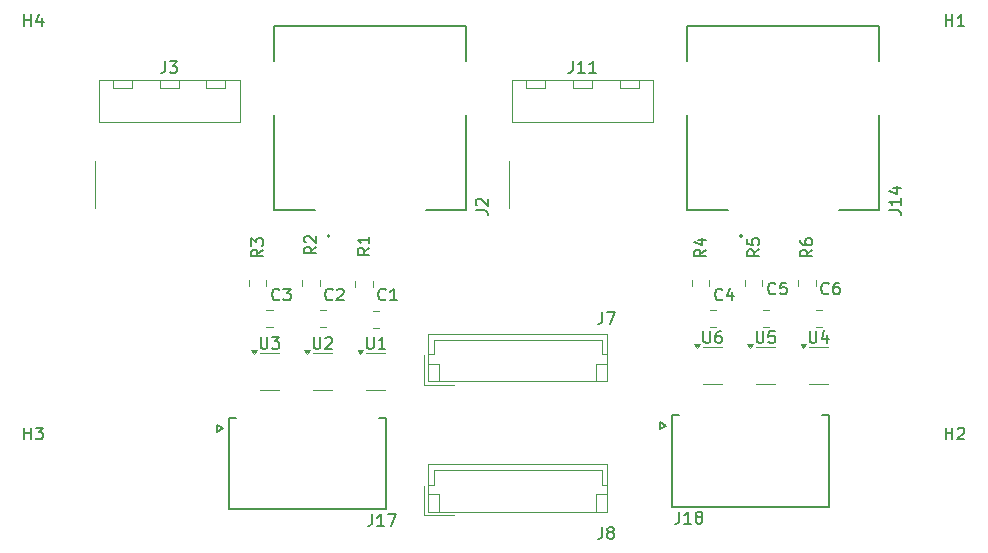
<source format=gbr>
%TF.GenerationSoftware,KiCad,Pcbnew,9.0.0*%
%TF.CreationDate,2025-03-17T17:37:44-07:00*%
%TF.ProjectId,Motor_reroute,4d6f746f-725f-4726-9572-6f7574652e6b,rev?*%
%TF.SameCoordinates,Original*%
%TF.FileFunction,Legend,Top*%
%TF.FilePolarity,Positive*%
%FSLAX46Y46*%
G04 Gerber Fmt 4.6, Leading zero omitted, Abs format (unit mm)*
G04 Created by KiCad (PCBNEW 9.0.0) date 2025-03-17 17:37:44*
%MOMM*%
%LPD*%
G01*
G04 APERTURE LIST*
%ADD10C,0.150000*%
%ADD11C,0.127000*%
%ADD12C,0.120000*%
%ADD13C,0.200000*%
G04 APERTURE END LIST*
D10*
X114238095Y-70254819D02*
X114238095Y-69254819D01*
X114238095Y-69731009D02*
X114809523Y-69731009D01*
X114809523Y-70254819D02*
X114809523Y-69254819D01*
X115238095Y-69350057D02*
X115285714Y-69302438D01*
X115285714Y-69302438D02*
X115380952Y-69254819D01*
X115380952Y-69254819D02*
X115619047Y-69254819D01*
X115619047Y-69254819D02*
X115714285Y-69302438D01*
X115714285Y-69302438D02*
X115761904Y-69350057D01*
X115761904Y-69350057D02*
X115809523Y-69445295D01*
X115809523Y-69445295D02*
X115809523Y-69540533D01*
X115809523Y-69540533D02*
X115761904Y-69683390D01*
X115761904Y-69683390D02*
X115190476Y-70254819D01*
X115190476Y-70254819D02*
X115809523Y-70254819D01*
X65680476Y-76574819D02*
X65680476Y-77289104D01*
X65680476Y-77289104D02*
X65632857Y-77431961D01*
X65632857Y-77431961D02*
X65537619Y-77527200D01*
X65537619Y-77527200D02*
X65394762Y-77574819D01*
X65394762Y-77574819D02*
X65299524Y-77574819D01*
X66680476Y-77574819D02*
X66109048Y-77574819D01*
X66394762Y-77574819D02*
X66394762Y-76574819D01*
X66394762Y-76574819D02*
X66299524Y-76717676D01*
X66299524Y-76717676D02*
X66204286Y-76812914D01*
X66204286Y-76812914D02*
X66109048Y-76860533D01*
X67013810Y-76574819D02*
X67680476Y-76574819D01*
X67680476Y-76574819D02*
X67251905Y-77574819D01*
X65444819Y-54036666D02*
X64968628Y-54369999D01*
X65444819Y-54608094D02*
X64444819Y-54608094D01*
X64444819Y-54608094D02*
X64444819Y-54227142D01*
X64444819Y-54227142D02*
X64492438Y-54131904D01*
X64492438Y-54131904D02*
X64540057Y-54084285D01*
X64540057Y-54084285D02*
X64635295Y-54036666D01*
X64635295Y-54036666D02*
X64778152Y-54036666D01*
X64778152Y-54036666D02*
X64873390Y-54084285D01*
X64873390Y-54084285D02*
X64921009Y-54131904D01*
X64921009Y-54131904D02*
X64968628Y-54227142D01*
X64968628Y-54227142D02*
X64968628Y-54608094D01*
X65444819Y-53084285D02*
X65444819Y-53655713D01*
X65444819Y-53369999D02*
X64444819Y-53369999D01*
X64444819Y-53369999D02*
X64587676Y-53465237D01*
X64587676Y-53465237D02*
X64682914Y-53560475D01*
X64682914Y-53560475D02*
X64730533Y-53655713D01*
X65228095Y-61574819D02*
X65228095Y-62384342D01*
X65228095Y-62384342D02*
X65275714Y-62479580D01*
X65275714Y-62479580D02*
X65323333Y-62527200D01*
X65323333Y-62527200D02*
X65418571Y-62574819D01*
X65418571Y-62574819D02*
X65609047Y-62574819D01*
X65609047Y-62574819D02*
X65704285Y-62527200D01*
X65704285Y-62527200D02*
X65751904Y-62479580D01*
X65751904Y-62479580D02*
X65799523Y-62384342D01*
X65799523Y-62384342D02*
X65799523Y-61574819D01*
X66799523Y-62574819D02*
X66228095Y-62574819D01*
X66513809Y-62574819D02*
X66513809Y-61574819D01*
X66513809Y-61574819D02*
X66418571Y-61717676D01*
X66418571Y-61717676D02*
X66323333Y-61812914D01*
X66323333Y-61812914D02*
X66228095Y-61860533D01*
X98228095Y-61074819D02*
X98228095Y-61884342D01*
X98228095Y-61884342D02*
X98275714Y-61979580D01*
X98275714Y-61979580D02*
X98323333Y-62027200D01*
X98323333Y-62027200D02*
X98418571Y-62074819D01*
X98418571Y-62074819D02*
X98609047Y-62074819D01*
X98609047Y-62074819D02*
X98704285Y-62027200D01*
X98704285Y-62027200D02*
X98751904Y-61979580D01*
X98751904Y-61979580D02*
X98799523Y-61884342D01*
X98799523Y-61884342D02*
X98799523Y-61074819D01*
X99751904Y-61074819D02*
X99275714Y-61074819D01*
X99275714Y-61074819D02*
X99228095Y-61551009D01*
X99228095Y-61551009D02*
X99275714Y-61503390D01*
X99275714Y-61503390D02*
X99370952Y-61455771D01*
X99370952Y-61455771D02*
X99609047Y-61455771D01*
X99609047Y-61455771D02*
X99704285Y-61503390D01*
X99704285Y-61503390D02*
X99751904Y-61551009D01*
X99751904Y-61551009D02*
X99799523Y-61646247D01*
X99799523Y-61646247D02*
X99799523Y-61884342D01*
X99799523Y-61884342D02*
X99751904Y-61979580D01*
X99751904Y-61979580D02*
X99704285Y-62027200D01*
X99704285Y-62027200D02*
X99609047Y-62074819D01*
X99609047Y-62074819D02*
X99370952Y-62074819D01*
X99370952Y-62074819D02*
X99275714Y-62027200D01*
X99275714Y-62027200D02*
X99228095Y-61979580D01*
X93944819Y-54186666D02*
X93468628Y-54519999D01*
X93944819Y-54758094D02*
X92944819Y-54758094D01*
X92944819Y-54758094D02*
X92944819Y-54377142D01*
X92944819Y-54377142D02*
X92992438Y-54281904D01*
X92992438Y-54281904D02*
X93040057Y-54234285D01*
X93040057Y-54234285D02*
X93135295Y-54186666D01*
X93135295Y-54186666D02*
X93278152Y-54186666D01*
X93278152Y-54186666D02*
X93373390Y-54234285D01*
X93373390Y-54234285D02*
X93421009Y-54281904D01*
X93421009Y-54281904D02*
X93468628Y-54377142D01*
X93468628Y-54377142D02*
X93468628Y-54758094D01*
X93278152Y-53329523D02*
X93944819Y-53329523D01*
X92897200Y-53567618D02*
X93611485Y-53805713D01*
X93611485Y-53805713D02*
X93611485Y-53186666D01*
X98444819Y-54166666D02*
X97968628Y-54499999D01*
X98444819Y-54738094D02*
X97444819Y-54738094D01*
X97444819Y-54738094D02*
X97444819Y-54357142D01*
X97444819Y-54357142D02*
X97492438Y-54261904D01*
X97492438Y-54261904D02*
X97540057Y-54214285D01*
X97540057Y-54214285D02*
X97635295Y-54166666D01*
X97635295Y-54166666D02*
X97778152Y-54166666D01*
X97778152Y-54166666D02*
X97873390Y-54214285D01*
X97873390Y-54214285D02*
X97921009Y-54261904D01*
X97921009Y-54261904D02*
X97968628Y-54357142D01*
X97968628Y-54357142D02*
X97968628Y-54738094D01*
X97444819Y-53261904D02*
X97444819Y-53738094D01*
X97444819Y-53738094D02*
X97921009Y-53785713D01*
X97921009Y-53785713D02*
X97873390Y-53738094D01*
X97873390Y-53738094D02*
X97825771Y-53642856D01*
X97825771Y-53642856D02*
X97825771Y-53404761D01*
X97825771Y-53404761D02*
X97873390Y-53309523D01*
X97873390Y-53309523D02*
X97921009Y-53261904D01*
X97921009Y-53261904D02*
X98016247Y-53214285D01*
X98016247Y-53214285D02*
X98254342Y-53214285D01*
X98254342Y-53214285D02*
X98349580Y-53261904D01*
X98349580Y-53261904D02*
X98397200Y-53309523D01*
X98397200Y-53309523D02*
X98444819Y-53404761D01*
X98444819Y-53404761D02*
X98444819Y-53642856D01*
X98444819Y-53642856D02*
X98397200Y-53738094D01*
X98397200Y-53738094D02*
X98349580Y-53785713D01*
X60728095Y-61574819D02*
X60728095Y-62384342D01*
X60728095Y-62384342D02*
X60775714Y-62479580D01*
X60775714Y-62479580D02*
X60823333Y-62527200D01*
X60823333Y-62527200D02*
X60918571Y-62574819D01*
X60918571Y-62574819D02*
X61109047Y-62574819D01*
X61109047Y-62574819D02*
X61204285Y-62527200D01*
X61204285Y-62527200D02*
X61251904Y-62479580D01*
X61251904Y-62479580D02*
X61299523Y-62384342D01*
X61299523Y-62384342D02*
X61299523Y-61574819D01*
X61728095Y-61670057D02*
X61775714Y-61622438D01*
X61775714Y-61622438D02*
X61870952Y-61574819D01*
X61870952Y-61574819D02*
X62109047Y-61574819D01*
X62109047Y-61574819D02*
X62204285Y-61622438D01*
X62204285Y-61622438D02*
X62251904Y-61670057D01*
X62251904Y-61670057D02*
X62299523Y-61765295D01*
X62299523Y-61765295D02*
X62299523Y-61860533D01*
X62299523Y-61860533D02*
X62251904Y-62003390D01*
X62251904Y-62003390D02*
X61680476Y-62574819D01*
X61680476Y-62574819D02*
X62299523Y-62574819D01*
X74444819Y-50853333D02*
X75159104Y-50853333D01*
X75159104Y-50853333D02*
X75301961Y-50900952D01*
X75301961Y-50900952D02*
X75397200Y-50996190D01*
X75397200Y-50996190D02*
X75444819Y-51139047D01*
X75444819Y-51139047D02*
X75444819Y-51234285D01*
X74540057Y-50424761D02*
X74492438Y-50377142D01*
X74492438Y-50377142D02*
X74444819Y-50281904D01*
X74444819Y-50281904D02*
X74444819Y-50043809D01*
X74444819Y-50043809D02*
X74492438Y-49948571D01*
X74492438Y-49948571D02*
X74540057Y-49900952D01*
X74540057Y-49900952D02*
X74635295Y-49853333D01*
X74635295Y-49853333D02*
X74730533Y-49853333D01*
X74730533Y-49853333D02*
X74873390Y-49900952D01*
X74873390Y-49900952D02*
X75444819Y-50472380D01*
X75444819Y-50472380D02*
X75444819Y-49853333D01*
X48156666Y-38219819D02*
X48156666Y-38934104D01*
X48156666Y-38934104D02*
X48109047Y-39076961D01*
X48109047Y-39076961D02*
X48013809Y-39172200D01*
X48013809Y-39172200D02*
X47870952Y-39219819D01*
X47870952Y-39219819D02*
X47775714Y-39219819D01*
X48537619Y-38219819D02*
X49156666Y-38219819D01*
X49156666Y-38219819D02*
X48823333Y-38600771D01*
X48823333Y-38600771D02*
X48966190Y-38600771D01*
X48966190Y-38600771D02*
X49061428Y-38648390D01*
X49061428Y-38648390D02*
X49109047Y-38696009D01*
X49109047Y-38696009D02*
X49156666Y-38791247D01*
X49156666Y-38791247D02*
X49156666Y-39029342D01*
X49156666Y-39029342D02*
X49109047Y-39124580D01*
X49109047Y-39124580D02*
X49061428Y-39172200D01*
X49061428Y-39172200D02*
X48966190Y-39219819D01*
X48966190Y-39219819D02*
X48680476Y-39219819D01*
X48680476Y-39219819D02*
X48585238Y-39172200D01*
X48585238Y-39172200D02*
X48537619Y-39124580D01*
X91680476Y-76374819D02*
X91680476Y-77089104D01*
X91680476Y-77089104D02*
X91632857Y-77231961D01*
X91632857Y-77231961D02*
X91537619Y-77327200D01*
X91537619Y-77327200D02*
X91394762Y-77374819D01*
X91394762Y-77374819D02*
X91299524Y-77374819D01*
X92680476Y-77374819D02*
X92109048Y-77374819D01*
X92394762Y-77374819D02*
X92394762Y-76374819D01*
X92394762Y-76374819D02*
X92299524Y-76517676D01*
X92299524Y-76517676D02*
X92204286Y-76612914D01*
X92204286Y-76612914D02*
X92109048Y-76660533D01*
X93251905Y-76803390D02*
X93156667Y-76755771D01*
X93156667Y-76755771D02*
X93109048Y-76708152D01*
X93109048Y-76708152D02*
X93061429Y-76612914D01*
X93061429Y-76612914D02*
X93061429Y-76565295D01*
X93061429Y-76565295D02*
X93109048Y-76470057D01*
X93109048Y-76470057D02*
X93156667Y-76422438D01*
X93156667Y-76422438D02*
X93251905Y-76374819D01*
X93251905Y-76374819D02*
X93442381Y-76374819D01*
X93442381Y-76374819D02*
X93537619Y-76422438D01*
X93537619Y-76422438D02*
X93585238Y-76470057D01*
X93585238Y-76470057D02*
X93632857Y-76565295D01*
X93632857Y-76565295D02*
X93632857Y-76612914D01*
X93632857Y-76612914D02*
X93585238Y-76708152D01*
X93585238Y-76708152D02*
X93537619Y-76755771D01*
X93537619Y-76755771D02*
X93442381Y-76803390D01*
X93442381Y-76803390D02*
X93251905Y-76803390D01*
X93251905Y-76803390D02*
X93156667Y-76851009D01*
X93156667Y-76851009D02*
X93109048Y-76898628D01*
X93109048Y-76898628D02*
X93061429Y-76993866D01*
X93061429Y-76993866D02*
X93061429Y-77184342D01*
X93061429Y-77184342D02*
X93109048Y-77279580D01*
X93109048Y-77279580D02*
X93156667Y-77327200D01*
X93156667Y-77327200D02*
X93251905Y-77374819D01*
X93251905Y-77374819D02*
X93442381Y-77374819D01*
X93442381Y-77374819D02*
X93537619Y-77327200D01*
X93537619Y-77327200D02*
X93585238Y-77279580D01*
X93585238Y-77279580D02*
X93632857Y-77184342D01*
X93632857Y-77184342D02*
X93632857Y-76993866D01*
X93632857Y-76993866D02*
X93585238Y-76898628D01*
X93585238Y-76898628D02*
X93537619Y-76851009D01*
X93537619Y-76851009D02*
X93442381Y-76803390D01*
X95323333Y-58379580D02*
X95275714Y-58427200D01*
X95275714Y-58427200D02*
X95132857Y-58474819D01*
X95132857Y-58474819D02*
X95037619Y-58474819D01*
X95037619Y-58474819D02*
X94894762Y-58427200D01*
X94894762Y-58427200D02*
X94799524Y-58331961D01*
X94799524Y-58331961D02*
X94751905Y-58236723D01*
X94751905Y-58236723D02*
X94704286Y-58046247D01*
X94704286Y-58046247D02*
X94704286Y-57903390D01*
X94704286Y-57903390D02*
X94751905Y-57712914D01*
X94751905Y-57712914D02*
X94799524Y-57617676D01*
X94799524Y-57617676D02*
X94894762Y-57522438D01*
X94894762Y-57522438D02*
X95037619Y-57474819D01*
X95037619Y-57474819D02*
X95132857Y-57474819D01*
X95132857Y-57474819D02*
X95275714Y-57522438D01*
X95275714Y-57522438D02*
X95323333Y-57570057D01*
X96180476Y-57808152D02*
X96180476Y-58474819D01*
X95942381Y-57427200D02*
X95704286Y-58141485D01*
X95704286Y-58141485D02*
X96323333Y-58141485D01*
X56444819Y-54186666D02*
X55968628Y-54519999D01*
X56444819Y-54758094D02*
X55444819Y-54758094D01*
X55444819Y-54758094D02*
X55444819Y-54377142D01*
X55444819Y-54377142D02*
X55492438Y-54281904D01*
X55492438Y-54281904D02*
X55540057Y-54234285D01*
X55540057Y-54234285D02*
X55635295Y-54186666D01*
X55635295Y-54186666D02*
X55778152Y-54186666D01*
X55778152Y-54186666D02*
X55873390Y-54234285D01*
X55873390Y-54234285D02*
X55921009Y-54281904D01*
X55921009Y-54281904D02*
X55968628Y-54377142D01*
X55968628Y-54377142D02*
X55968628Y-54758094D01*
X55444819Y-53853332D02*
X55444819Y-53234285D01*
X55444819Y-53234285D02*
X55825771Y-53567618D01*
X55825771Y-53567618D02*
X55825771Y-53424761D01*
X55825771Y-53424761D02*
X55873390Y-53329523D01*
X55873390Y-53329523D02*
X55921009Y-53281904D01*
X55921009Y-53281904D02*
X56016247Y-53234285D01*
X56016247Y-53234285D02*
X56254342Y-53234285D01*
X56254342Y-53234285D02*
X56349580Y-53281904D01*
X56349580Y-53281904D02*
X56397200Y-53329523D01*
X56397200Y-53329523D02*
X56444819Y-53424761D01*
X56444819Y-53424761D02*
X56444819Y-53710475D01*
X56444819Y-53710475D02*
X56397200Y-53805713D01*
X56397200Y-53805713D02*
X56349580Y-53853332D01*
X114238095Y-35254819D02*
X114238095Y-34254819D01*
X114238095Y-34731009D02*
X114809523Y-34731009D01*
X114809523Y-35254819D02*
X114809523Y-34254819D01*
X115809523Y-35254819D02*
X115238095Y-35254819D01*
X115523809Y-35254819D02*
X115523809Y-34254819D01*
X115523809Y-34254819D02*
X115428571Y-34397676D01*
X115428571Y-34397676D02*
X115333333Y-34492914D01*
X115333333Y-34492914D02*
X115238095Y-34540533D01*
X104323333Y-57879580D02*
X104275714Y-57927200D01*
X104275714Y-57927200D02*
X104132857Y-57974819D01*
X104132857Y-57974819D02*
X104037619Y-57974819D01*
X104037619Y-57974819D02*
X103894762Y-57927200D01*
X103894762Y-57927200D02*
X103799524Y-57831961D01*
X103799524Y-57831961D02*
X103751905Y-57736723D01*
X103751905Y-57736723D02*
X103704286Y-57546247D01*
X103704286Y-57546247D02*
X103704286Y-57403390D01*
X103704286Y-57403390D02*
X103751905Y-57212914D01*
X103751905Y-57212914D02*
X103799524Y-57117676D01*
X103799524Y-57117676D02*
X103894762Y-57022438D01*
X103894762Y-57022438D02*
X104037619Y-56974819D01*
X104037619Y-56974819D02*
X104132857Y-56974819D01*
X104132857Y-56974819D02*
X104275714Y-57022438D01*
X104275714Y-57022438D02*
X104323333Y-57070057D01*
X105180476Y-56974819D02*
X104990000Y-56974819D01*
X104990000Y-56974819D02*
X104894762Y-57022438D01*
X104894762Y-57022438D02*
X104847143Y-57070057D01*
X104847143Y-57070057D02*
X104751905Y-57212914D01*
X104751905Y-57212914D02*
X104704286Y-57403390D01*
X104704286Y-57403390D02*
X104704286Y-57784342D01*
X104704286Y-57784342D02*
X104751905Y-57879580D01*
X104751905Y-57879580D02*
X104799524Y-57927200D01*
X104799524Y-57927200D02*
X104894762Y-57974819D01*
X104894762Y-57974819D02*
X105085238Y-57974819D01*
X105085238Y-57974819D02*
X105180476Y-57927200D01*
X105180476Y-57927200D02*
X105228095Y-57879580D01*
X105228095Y-57879580D02*
X105275714Y-57784342D01*
X105275714Y-57784342D02*
X105275714Y-57546247D01*
X105275714Y-57546247D02*
X105228095Y-57451009D01*
X105228095Y-57451009D02*
X105180476Y-57403390D01*
X105180476Y-57403390D02*
X105085238Y-57355771D01*
X105085238Y-57355771D02*
X104894762Y-57355771D01*
X104894762Y-57355771D02*
X104799524Y-57403390D01*
X104799524Y-57403390D02*
X104751905Y-57451009D01*
X104751905Y-57451009D02*
X104704286Y-57546247D01*
X85156666Y-59474819D02*
X85156666Y-60189104D01*
X85156666Y-60189104D02*
X85109047Y-60331961D01*
X85109047Y-60331961D02*
X85013809Y-60427200D01*
X85013809Y-60427200D02*
X84870952Y-60474819D01*
X84870952Y-60474819D02*
X84775714Y-60474819D01*
X85537619Y-59474819D02*
X86204285Y-59474819D01*
X86204285Y-59474819D02*
X85775714Y-60474819D01*
X85156666Y-77674819D02*
X85156666Y-78389104D01*
X85156666Y-78389104D02*
X85109047Y-78531961D01*
X85109047Y-78531961D02*
X85013809Y-78627200D01*
X85013809Y-78627200D02*
X84870952Y-78674819D01*
X84870952Y-78674819D02*
X84775714Y-78674819D01*
X85775714Y-78103390D02*
X85680476Y-78055771D01*
X85680476Y-78055771D02*
X85632857Y-78008152D01*
X85632857Y-78008152D02*
X85585238Y-77912914D01*
X85585238Y-77912914D02*
X85585238Y-77865295D01*
X85585238Y-77865295D02*
X85632857Y-77770057D01*
X85632857Y-77770057D02*
X85680476Y-77722438D01*
X85680476Y-77722438D02*
X85775714Y-77674819D01*
X85775714Y-77674819D02*
X85966190Y-77674819D01*
X85966190Y-77674819D02*
X86061428Y-77722438D01*
X86061428Y-77722438D02*
X86109047Y-77770057D01*
X86109047Y-77770057D02*
X86156666Y-77865295D01*
X86156666Y-77865295D02*
X86156666Y-77912914D01*
X86156666Y-77912914D02*
X86109047Y-78008152D01*
X86109047Y-78008152D02*
X86061428Y-78055771D01*
X86061428Y-78055771D02*
X85966190Y-78103390D01*
X85966190Y-78103390D02*
X85775714Y-78103390D01*
X85775714Y-78103390D02*
X85680476Y-78151009D01*
X85680476Y-78151009D02*
X85632857Y-78198628D01*
X85632857Y-78198628D02*
X85585238Y-78293866D01*
X85585238Y-78293866D02*
X85585238Y-78484342D01*
X85585238Y-78484342D02*
X85632857Y-78579580D01*
X85632857Y-78579580D02*
X85680476Y-78627200D01*
X85680476Y-78627200D02*
X85775714Y-78674819D01*
X85775714Y-78674819D02*
X85966190Y-78674819D01*
X85966190Y-78674819D02*
X86061428Y-78627200D01*
X86061428Y-78627200D02*
X86109047Y-78579580D01*
X86109047Y-78579580D02*
X86156666Y-78484342D01*
X86156666Y-78484342D02*
X86156666Y-78293866D01*
X86156666Y-78293866D02*
X86109047Y-78198628D01*
X86109047Y-78198628D02*
X86061428Y-78151009D01*
X86061428Y-78151009D02*
X85966190Y-78103390D01*
X109444819Y-50829523D02*
X110159104Y-50829523D01*
X110159104Y-50829523D02*
X110301961Y-50877142D01*
X110301961Y-50877142D02*
X110397200Y-50972380D01*
X110397200Y-50972380D02*
X110444819Y-51115237D01*
X110444819Y-51115237D02*
X110444819Y-51210475D01*
X110444819Y-49829523D02*
X110444819Y-50400951D01*
X110444819Y-50115237D02*
X109444819Y-50115237D01*
X109444819Y-50115237D02*
X109587676Y-50210475D01*
X109587676Y-50210475D02*
X109682914Y-50305713D01*
X109682914Y-50305713D02*
X109730533Y-50400951D01*
X109778152Y-48972380D02*
X110444819Y-48972380D01*
X109397200Y-49210475D02*
X110111485Y-49448570D01*
X110111485Y-49448570D02*
X110111485Y-48829523D01*
X57823333Y-58379580D02*
X57775714Y-58427200D01*
X57775714Y-58427200D02*
X57632857Y-58474819D01*
X57632857Y-58474819D02*
X57537619Y-58474819D01*
X57537619Y-58474819D02*
X57394762Y-58427200D01*
X57394762Y-58427200D02*
X57299524Y-58331961D01*
X57299524Y-58331961D02*
X57251905Y-58236723D01*
X57251905Y-58236723D02*
X57204286Y-58046247D01*
X57204286Y-58046247D02*
X57204286Y-57903390D01*
X57204286Y-57903390D02*
X57251905Y-57712914D01*
X57251905Y-57712914D02*
X57299524Y-57617676D01*
X57299524Y-57617676D02*
X57394762Y-57522438D01*
X57394762Y-57522438D02*
X57537619Y-57474819D01*
X57537619Y-57474819D02*
X57632857Y-57474819D01*
X57632857Y-57474819D02*
X57775714Y-57522438D01*
X57775714Y-57522438D02*
X57823333Y-57570057D01*
X58156667Y-57474819D02*
X58775714Y-57474819D01*
X58775714Y-57474819D02*
X58442381Y-57855771D01*
X58442381Y-57855771D02*
X58585238Y-57855771D01*
X58585238Y-57855771D02*
X58680476Y-57903390D01*
X58680476Y-57903390D02*
X58728095Y-57951009D01*
X58728095Y-57951009D02*
X58775714Y-58046247D01*
X58775714Y-58046247D02*
X58775714Y-58284342D01*
X58775714Y-58284342D02*
X58728095Y-58379580D01*
X58728095Y-58379580D02*
X58680476Y-58427200D01*
X58680476Y-58427200D02*
X58585238Y-58474819D01*
X58585238Y-58474819D02*
X58299524Y-58474819D01*
X58299524Y-58474819D02*
X58204286Y-58427200D01*
X58204286Y-58427200D02*
X58156667Y-58379580D01*
X60944819Y-53936666D02*
X60468628Y-54269999D01*
X60944819Y-54508094D02*
X59944819Y-54508094D01*
X59944819Y-54508094D02*
X59944819Y-54127142D01*
X59944819Y-54127142D02*
X59992438Y-54031904D01*
X59992438Y-54031904D02*
X60040057Y-53984285D01*
X60040057Y-53984285D02*
X60135295Y-53936666D01*
X60135295Y-53936666D02*
X60278152Y-53936666D01*
X60278152Y-53936666D02*
X60373390Y-53984285D01*
X60373390Y-53984285D02*
X60421009Y-54031904D01*
X60421009Y-54031904D02*
X60468628Y-54127142D01*
X60468628Y-54127142D02*
X60468628Y-54508094D01*
X60040057Y-53555713D02*
X59992438Y-53508094D01*
X59992438Y-53508094D02*
X59944819Y-53412856D01*
X59944819Y-53412856D02*
X59944819Y-53174761D01*
X59944819Y-53174761D02*
X59992438Y-53079523D01*
X59992438Y-53079523D02*
X60040057Y-53031904D01*
X60040057Y-53031904D02*
X60135295Y-52984285D01*
X60135295Y-52984285D02*
X60230533Y-52984285D01*
X60230533Y-52984285D02*
X60373390Y-53031904D01*
X60373390Y-53031904D02*
X60944819Y-53603332D01*
X60944819Y-53603332D02*
X60944819Y-52984285D01*
X62323333Y-58379580D02*
X62275714Y-58427200D01*
X62275714Y-58427200D02*
X62132857Y-58474819D01*
X62132857Y-58474819D02*
X62037619Y-58474819D01*
X62037619Y-58474819D02*
X61894762Y-58427200D01*
X61894762Y-58427200D02*
X61799524Y-58331961D01*
X61799524Y-58331961D02*
X61751905Y-58236723D01*
X61751905Y-58236723D02*
X61704286Y-58046247D01*
X61704286Y-58046247D02*
X61704286Y-57903390D01*
X61704286Y-57903390D02*
X61751905Y-57712914D01*
X61751905Y-57712914D02*
X61799524Y-57617676D01*
X61799524Y-57617676D02*
X61894762Y-57522438D01*
X61894762Y-57522438D02*
X62037619Y-57474819D01*
X62037619Y-57474819D02*
X62132857Y-57474819D01*
X62132857Y-57474819D02*
X62275714Y-57522438D01*
X62275714Y-57522438D02*
X62323333Y-57570057D01*
X62704286Y-57570057D02*
X62751905Y-57522438D01*
X62751905Y-57522438D02*
X62847143Y-57474819D01*
X62847143Y-57474819D02*
X63085238Y-57474819D01*
X63085238Y-57474819D02*
X63180476Y-57522438D01*
X63180476Y-57522438D02*
X63228095Y-57570057D01*
X63228095Y-57570057D02*
X63275714Y-57665295D01*
X63275714Y-57665295D02*
X63275714Y-57760533D01*
X63275714Y-57760533D02*
X63228095Y-57903390D01*
X63228095Y-57903390D02*
X62656667Y-58474819D01*
X62656667Y-58474819D02*
X63275714Y-58474819D01*
X99823333Y-57879580D02*
X99775714Y-57927200D01*
X99775714Y-57927200D02*
X99632857Y-57974819D01*
X99632857Y-57974819D02*
X99537619Y-57974819D01*
X99537619Y-57974819D02*
X99394762Y-57927200D01*
X99394762Y-57927200D02*
X99299524Y-57831961D01*
X99299524Y-57831961D02*
X99251905Y-57736723D01*
X99251905Y-57736723D02*
X99204286Y-57546247D01*
X99204286Y-57546247D02*
X99204286Y-57403390D01*
X99204286Y-57403390D02*
X99251905Y-57212914D01*
X99251905Y-57212914D02*
X99299524Y-57117676D01*
X99299524Y-57117676D02*
X99394762Y-57022438D01*
X99394762Y-57022438D02*
X99537619Y-56974819D01*
X99537619Y-56974819D02*
X99632857Y-56974819D01*
X99632857Y-56974819D02*
X99775714Y-57022438D01*
X99775714Y-57022438D02*
X99823333Y-57070057D01*
X100728095Y-56974819D02*
X100251905Y-56974819D01*
X100251905Y-56974819D02*
X100204286Y-57451009D01*
X100204286Y-57451009D02*
X100251905Y-57403390D01*
X100251905Y-57403390D02*
X100347143Y-57355771D01*
X100347143Y-57355771D02*
X100585238Y-57355771D01*
X100585238Y-57355771D02*
X100680476Y-57403390D01*
X100680476Y-57403390D02*
X100728095Y-57451009D01*
X100728095Y-57451009D02*
X100775714Y-57546247D01*
X100775714Y-57546247D02*
X100775714Y-57784342D01*
X100775714Y-57784342D02*
X100728095Y-57879580D01*
X100728095Y-57879580D02*
X100680476Y-57927200D01*
X100680476Y-57927200D02*
X100585238Y-57974819D01*
X100585238Y-57974819D02*
X100347143Y-57974819D01*
X100347143Y-57974819D02*
X100251905Y-57927200D01*
X100251905Y-57927200D02*
X100204286Y-57879580D01*
X36238095Y-70254819D02*
X36238095Y-69254819D01*
X36238095Y-69731009D02*
X36809523Y-69731009D01*
X36809523Y-70254819D02*
X36809523Y-69254819D01*
X37190476Y-69254819D02*
X37809523Y-69254819D01*
X37809523Y-69254819D02*
X37476190Y-69635771D01*
X37476190Y-69635771D02*
X37619047Y-69635771D01*
X37619047Y-69635771D02*
X37714285Y-69683390D01*
X37714285Y-69683390D02*
X37761904Y-69731009D01*
X37761904Y-69731009D02*
X37809523Y-69826247D01*
X37809523Y-69826247D02*
X37809523Y-70064342D01*
X37809523Y-70064342D02*
X37761904Y-70159580D01*
X37761904Y-70159580D02*
X37714285Y-70207200D01*
X37714285Y-70207200D02*
X37619047Y-70254819D01*
X37619047Y-70254819D02*
X37333333Y-70254819D01*
X37333333Y-70254819D02*
X37238095Y-70207200D01*
X37238095Y-70207200D02*
X37190476Y-70159580D01*
X82680476Y-38219819D02*
X82680476Y-38934104D01*
X82680476Y-38934104D02*
X82632857Y-39076961D01*
X82632857Y-39076961D02*
X82537619Y-39172200D01*
X82537619Y-39172200D02*
X82394762Y-39219819D01*
X82394762Y-39219819D02*
X82299524Y-39219819D01*
X83680476Y-39219819D02*
X83109048Y-39219819D01*
X83394762Y-39219819D02*
X83394762Y-38219819D01*
X83394762Y-38219819D02*
X83299524Y-38362676D01*
X83299524Y-38362676D02*
X83204286Y-38457914D01*
X83204286Y-38457914D02*
X83109048Y-38505533D01*
X84632857Y-39219819D02*
X84061429Y-39219819D01*
X84347143Y-39219819D02*
X84347143Y-38219819D01*
X84347143Y-38219819D02*
X84251905Y-38362676D01*
X84251905Y-38362676D02*
X84156667Y-38457914D01*
X84156667Y-38457914D02*
X84061429Y-38505533D01*
X93728095Y-61074819D02*
X93728095Y-61884342D01*
X93728095Y-61884342D02*
X93775714Y-61979580D01*
X93775714Y-61979580D02*
X93823333Y-62027200D01*
X93823333Y-62027200D02*
X93918571Y-62074819D01*
X93918571Y-62074819D02*
X94109047Y-62074819D01*
X94109047Y-62074819D02*
X94204285Y-62027200D01*
X94204285Y-62027200D02*
X94251904Y-61979580D01*
X94251904Y-61979580D02*
X94299523Y-61884342D01*
X94299523Y-61884342D02*
X94299523Y-61074819D01*
X95204285Y-61074819D02*
X95013809Y-61074819D01*
X95013809Y-61074819D02*
X94918571Y-61122438D01*
X94918571Y-61122438D02*
X94870952Y-61170057D01*
X94870952Y-61170057D02*
X94775714Y-61312914D01*
X94775714Y-61312914D02*
X94728095Y-61503390D01*
X94728095Y-61503390D02*
X94728095Y-61884342D01*
X94728095Y-61884342D02*
X94775714Y-61979580D01*
X94775714Y-61979580D02*
X94823333Y-62027200D01*
X94823333Y-62027200D02*
X94918571Y-62074819D01*
X94918571Y-62074819D02*
X95109047Y-62074819D01*
X95109047Y-62074819D02*
X95204285Y-62027200D01*
X95204285Y-62027200D02*
X95251904Y-61979580D01*
X95251904Y-61979580D02*
X95299523Y-61884342D01*
X95299523Y-61884342D02*
X95299523Y-61646247D01*
X95299523Y-61646247D02*
X95251904Y-61551009D01*
X95251904Y-61551009D02*
X95204285Y-61503390D01*
X95204285Y-61503390D02*
X95109047Y-61455771D01*
X95109047Y-61455771D02*
X94918571Y-61455771D01*
X94918571Y-61455771D02*
X94823333Y-61503390D01*
X94823333Y-61503390D02*
X94775714Y-61551009D01*
X94775714Y-61551009D02*
X94728095Y-61646247D01*
X56228095Y-61574819D02*
X56228095Y-62384342D01*
X56228095Y-62384342D02*
X56275714Y-62479580D01*
X56275714Y-62479580D02*
X56323333Y-62527200D01*
X56323333Y-62527200D02*
X56418571Y-62574819D01*
X56418571Y-62574819D02*
X56609047Y-62574819D01*
X56609047Y-62574819D02*
X56704285Y-62527200D01*
X56704285Y-62527200D02*
X56751904Y-62479580D01*
X56751904Y-62479580D02*
X56799523Y-62384342D01*
X56799523Y-62384342D02*
X56799523Y-61574819D01*
X57180476Y-61574819D02*
X57799523Y-61574819D01*
X57799523Y-61574819D02*
X57466190Y-61955771D01*
X57466190Y-61955771D02*
X57609047Y-61955771D01*
X57609047Y-61955771D02*
X57704285Y-62003390D01*
X57704285Y-62003390D02*
X57751904Y-62051009D01*
X57751904Y-62051009D02*
X57799523Y-62146247D01*
X57799523Y-62146247D02*
X57799523Y-62384342D01*
X57799523Y-62384342D02*
X57751904Y-62479580D01*
X57751904Y-62479580D02*
X57704285Y-62527200D01*
X57704285Y-62527200D02*
X57609047Y-62574819D01*
X57609047Y-62574819D02*
X57323333Y-62574819D01*
X57323333Y-62574819D02*
X57228095Y-62527200D01*
X57228095Y-62527200D02*
X57180476Y-62479580D01*
X66823333Y-58379580D02*
X66775714Y-58427200D01*
X66775714Y-58427200D02*
X66632857Y-58474819D01*
X66632857Y-58474819D02*
X66537619Y-58474819D01*
X66537619Y-58474819D02*
X66394762Y-58427200D01*
X66394762Y-58427200D02*
X66299524Y-58331961D01*
X66299524Y-58331961D02*
X66251905Y-58236723D01*
X66251905Y-58236723D02*
X66204286Y-58046247D01*
X66204286Y-58046247D02*
X66204286Y-57903390D01*
X66204286Y-57903390D02*
X66251905Y-57712914D01*
X66251905Y-57712914D02*
X66299524Y-57617676D01*
X66299524Y-57617676D02*
X66394762Y-57522438D01*
X66394762Y-57522438D02*
X66537619Y-57474819D01*
X66537619Y-57474819D02*
X66632857Y-57474819D01*
X66632857Y-57474819D02*
X66775714Y-57522438D01*
X66775714Y-57522438D02*
X66823333Y-57570057D01*
X67775714Y-58474819D02*
X67204286Y-58474819D01*
X67490000Y-58474819D02*
X67490000Y-57474819D01*
X67490000Y-57474819D02*
X67394762Y-57617676D01*
X67394762Y-57617676D02*
X67299524Y-57712914D01*
X67299524Y-57712914D02*
X67204286Y-57760533D01*
X102944819Y-54186666D02*
X102468628Y-54519999D01*
X102944819Y-54758094D02*
X101944819Y-54758094D01*
X101944819Y-54758094D02*
X101944819Y-54377142D01*
X101944819Y-54377142D02*
X101992438Y-54281904D01*
X101992438Y-54281904D02*
X102040057Y-54234285D01*
X102040057Y-54234285D02*
X102135295Y-54186666D01*
X102135295Y-54186666D02*
X102278152Y-54186666D01*
X102278152Y-54186666D02*
X102373390Y-54234285D01*
X102373390Y-54234285D02*
X102421009Y-54281904D01*
X102421009Y-54281904D02*
X102468628Y-54377142D01*
X102468628Y-54377142D02*
X102468628Y-54758094D01*
X101944819Y-53329523D02*
X101944819Y-53519999D01*
X101944819Y-53519999D02*
X101992438Y-53615237D01*
X101992438Y-53615237D02*
X102040057Y-53662856D01*
X102040057Y-53662856D02*
X102182914Y-53758094D01*
X102182914Y-53758094D02*
X102373390Y-53805713D01*
X102373390Y-53805713D02*
X102754342Y-53805713D01*
X102754342Y-53805713D02*
X102849580Y-53758094D01*
X102849580Y-53758094D02*
X102897200Y-53710475D01*
X102897200Y-53710475D02*
X102944819Y-53615237D01*
X102944819Y-53615237D02*
X102944819Y-53424761D01*
X102944819Y-53424761D02*
X102897200Y-53329523D01*
X102897200Y-53329523D02*
X102849580Y-53281904D01*
X102849580Y-53281904D02*
X102754342Y-53234285D01*
X102754342Y-53234285D02*
X102516247Y-53234285D01*
X102516247Y-53234285D02*
X102421009Y-53281904D01*
X102421009Y-53281904D02*
X102373390Y-53329523D01*
X102373390Y-53329523D02*
X102325771Y-53424761D01*
X102325771Y-53424761D02*
X102325771Y-53615237D01*
X102325771Y-53615237D02*
X102373390Y-53710475D01*
X102373390Y-53710475D02*
X102421009Y-53758094D01*
X102421009Y-53758094D02*
X102516247Y-53805713D01*
X102728095Y-61074819D02*
X102728095Y-61884342D01*
X102728095Y-61884342D02*
X102775714Y-61979580D01*
X102775714Y-61979580D02*
X102823333Y-62027200D01*
X102823333Y-62027200D02*
X102918571Y-62074819D01*
X102918571Y-62074819D02*
X103109047Y-62074819D01*
X103109047Y-62074819D02*
X103204285Y-62027200D01*
X103204285Y-62027200D02*
X103251904Y-61979580D01*
X103251904Y-61979580D02*
X103299523Y-61884342D01*
X103299523Y-61884342D02*
X103299523Y-61074819D01*
X104204285Y-61408152D02*
X104204285Y-62074819D01*
X103966190Y-61027200D02*
X103728095Y-61741485D01*
X103728095Y-61741485D02*
X104347142Y-61741485D01*
X36238095Y-35254819D02*
X36238095Y-34254819D01*
X36238095Y-34731009D02*
X36809523Y-34731009D01*
X36809523Y-35254819D02*
X36809523Y-34254819D01*
X37714285Y-34588152D02*
X37714285Y-35254819D01*
X37476190Y-34207200D02*
X37238095Y-34921485D01*
X37238095Y-34921485D02*
X37857142Y-34921485D01*
D11*
%TO.C,J17*%
X52540000Y-68995000D02*
X52540000Y-69595000D01*
X52540000Y-69595000D02*
X53040000Y-69295000D01*
X53040000Y-69295000D02*
X52540000Y-68995000D01*
X53590000Y-76145000D02*
X53590000Y-68395000D01*
X53590000Y-76145000D02*
X66890000Y-76145000D01*
X54190000Y-68395000D02*
X53590000Y-68395000D01*
X66890000Y-68395000D02*
X66290000Y-68395000D01*
X66890000Y-76145000D02*
X66890000Y-68395000D01*
D12*
%TO.C,R1*%
X64255000Y-56858748D02*
X64255000Y-57381252D01*
X65725000Y-56858748D02*
X65725000Y-57381252D01*
%TO.C,U1*%
X65990000Y-62960000D02*
X65190000Y-62960000D01*
X65990000Y-62960000D02*
X66790000Y-62960000D01*
X65990000Y-66080000D02*
X65190000Y-66080000D01*
X65990000Y-66080000D02*
X66790000Y-66080000D01*
X64690000Y-63010000D02*
X64450000Y-62680000D01*
X64930000Y-62680000D01*
X64690000Y-63010000D01*
G36*
X64690000Y-63010000D02*
G01*
X64450000Y-62680000D01*
X64930000Y-62680000D01*
X64690000Y-63010000D01*
G37*
%TO.C,U5*%
X98990000Y-62460000D02*
X98190000Y-62460000D01*
X98990000Y-62460000D02*
X99790000Y-62460000D01*
X98990000Y-65580000D02*
X98190000Y-65580000D01*
X98990000Y-65580000D02*
X99790000Y-65580000D01*
X97690000Y-62510000D02*
X97450000Y-62180000D01*
X97930000Y-62180000D01*
X97690000Y-62510000D01*
G36*
X97690000Y-62510000D02*
G01*
X97450000Y-62180000D01*
X97930000Y-62180000D01*
X97690000Y-62510000D01*
G37*
%TO.C,R4*%
X92755000Y-56758748D02*
X92755000Y-57281252D01*
X94225000Y-56758748D02*
X94225000Y-57281252D01*
%TO.C,R5*%
X97255000Y-56758748D02*
X97255000Y-57281252D01*
X98725000Y-56758748D02*
X98725000Y-57281252D01*
%TO.C,U2*%
X61490000Y-62960000D02*
X60690000Y-62960000D01*
X61490000Y-62960000D02*
X62290000Y-62960000D01*
X61490000Y-66080000D02*
X60690000Y-66080000D01*
X61490000Y-66080000D02*
X62290000Y-66080000D01*
X60190000Y-63010000D02*
X59950000Y-62680000D01*
X60430000Y-62680000D01*
X60190000Y-63010000D01*
G36*
X60190000Y-63010000D02*
G01*
X59950000Y-62680000D01*
X60430000Y-62680000D01*
X60190000Y-63010000D01*
G37*
D11*
%TO.C,J2*%
X57400000Y-35240000D02*
X57400000Y-38250000D01*
X57400000Y-42790000D02*
X57400000Y-50860000D01*
X57400000Y-50860000D02*
X60830000Y-50860000D01*
X70230000Y-50860000D02*
X73660000Y-50860000D01*
X73660000Y-35240000D02*
X57400000Y-35240000D01*
X73660000Y-35240000D02*
X73660000Y-38250000D01*
X73660000Y-50860000D02*
X73660000Y-42790000D01*
D13*
X62060000Y-53025000D02*
G75*
G02*
X61860000Y-53025000I-100000J0D01*
G01*
X61860000Y-53025000D02*
G75*
G02*
X62060000Y-53025000I100000J0D01*
G01*
D12*
%TO.C,J3*%
X42225000Y-46675000D02*
X42225000Y-50675000D01*
X42515000Y-39855000D02*
X54465000Y-39855000D01*
X42515000Y-43375000D02*
X42515000Y-39855000D01*
X43730000Y-39855000D02*
X43730000Y-40455000D01*
X43730000Y-40455000D02*
X45330000Y-40455000D01*
X45330000Y-40455000D02*
X45330000Y-39855000D01*
X47690000Y-39855000D02*
X47690000Y-40455000D01*
X47690000Y-40455000D02*
X49290000Y-40455000D01*
X49290000Y-40455000D02*
X49290000Y-39855000D01*
X51650000Y-39855000D02*
X51650000Y-40455000D01*
X51650000Y-40455000D02*
X53250000Y-40455000D01*
X53250000Y-40455000D02*
X53250000Y-39855000D01*
X54465000Y-39855000D02*
X54465000Y-43375000D01*
X54465000Y-43375000D02*
X42515000Y-43375000D01*
D11*
%TO.C,J18*%
X90040000Y-68795000D02*
X90040000Y-69395000D01*
X90040000Y-69395000D02*
X90540000Y-69095000D01*
X90540000Y-69095000D02*
X90040000Y-68795000D01*
X91090000Y-75945000D02*
X91090000Y-68195000D01*
X91090000Y-75945000D02*
X104390000Y-75945000D01*
X91690000Y-68195000D02*
X91090000Y-68195000D01*
X104390000Y-68195000D02*
X103790000Y-68195000D01*
X104390000Y-75945000D02*
X104390000Y-68195000D01*
D12*
%TO.C,C4*%
X94266248Y-59285000D02*
X94788752Y-59285000D01*
X94266248Y-60755000D02*
X94788752Y-60755000D01*
%TO.C,R3*%
X55255000Y-56758748D02*
X55255000Y-57281252D01*
X56725000Y-56758748D02*
X56725000Y-57281252D01*
%TO.C,C6*%
X103228748Y-59285000D02*
X103751252Y-59285000D01*
X103228748Y-60755000D02*
X103751252Y-60755000D01*
%TO.C,J7*%
X70080000Y-63130000D02*
X70080000Y-65630000D01*
X70080000Y-65630000D02*
X72580000Y-65630000D01*
X70380000Y-61310000D02*
X70380000Y-65330000D01*
X70380000Y-63020000D02*
X70880000Y-63020000D01*
X70380000Y-63830000D02*
X71380000Y-63830000D01*
X70380000Y-65330000D02*
X85600000Y-65330000D01*
X70880000Y-61810000D02*
X85100000Y-61810000D01*
X70880000Y-63020000D02*
X70880000Y-61810000D01*
X71380000Y-63830000D02*
X71380000Y-65330000D01*
X84600000Y-63830000D02*
X84600000Y-65330000D01*
X85100000Y-61810000D02*
X85100000Y-63020000D01*
X85100000Y-63020000D02*
X85600000Y-63020000D01*
X85600000Y-61310000D02*
X70380000Y-61310000D01*
X85600000Y-63830000D02*
X84600000Y-63830000D01*
X85600000Y-65330000D02*
X85600000Y-61310000D01*
%TO.C,J8*%
X70080000Y-74180000D02*
X70080000Y-76680000D01*
X70080000Y-76680000D02*
X72580000Y-76680000D01*
X70380000Y-72360000D02*
X70380000Y-76380000D01*
X70380000Y-74070000D02*
X70880000Y-74070000D01*
X70380000Y-74880000D02*
X71380000Y-74880000D01*
X70380000Y-76380000D02*
X85600000Y-76380000D01*
X70880000Y-72860000D02*
X85100000Y-72860000D01*
X70880000Y-74070000D02*
X70880000Y-72860000D01*
X71380000Y-74880000D02*
X71380000Y-76380000D01*
X84600000Y-74880000D02*
X84600000Y-76380000D01*
X85100000Y-72860000D02*
X85100000Y-74070000D01*
X85100000Y-74070000D02*
X85600000Y-74070000D01*
X85600000Y-72360000D02*
X70380000Y-72360000D01*
X85600000Y-74880000D02*
X84600000Y-74880000D01*
X85600000Y-76380000D02*
X85600000Y-72360000D01*
D11*
%TO.C,J14*%
X92360000Y-35240000D02*
X92360000Y-38250000D01*
X92360000Y-42790000D02*
X92360000Y-50860000D01*
X92360000Y-50860000D02*
X95790000Y-50860000D01*
X105190000Y-50860000D02*
X108620000Y-50860000D01*
X108620000Y-35240000D02*
X92360000Y-35240000D01*
X108620000Y-35240000D02*
X108620000Y-38250000D01*
X108620000Y-50860000D02*
X108620000Y-42790000D01*
D13*
X97020000Y-53025000D02*
G75*
G02*
X96820000Y-53025000I-100000J0D01*
G01*
X96820000Y-53025000D02*
G75*
G02*
X97020000Y-53025000I100000J0D01*
G01*
D12*
%TO.C,C3*%
X56728748Y-59285000D02*
X57251252Y-59285000D01*
X56728748Y-60755000D02*
X57251252Y-60755000D01*
%TO.C,R2*%
X59755000Y-56758748D02*
X59755000Y-57281252D01*
X61225000Y-56758748D02*
X61225000Y-57281252D01*
%TO.C,C2*%
X61228748Y-59285000D02*
X61751252Y-59285000D01*
X61228748Y-60755000D02*
X61751252Y-60755000D01*
%TO.C,C5*%
X98728748Y-59285000D02*
X99251252Y-59285000D01*
X98728748Y-60755000D02*
X99251252Y-60755000D01*
%TO.C,J11*%
X77225000Y-46675000D02*
X77225000Y-50675000D01*
X77515000Y-39855000D02*
X89465000Y-39855000D01*
X77515000Y-43375000D02*
X77515000Y-39855000D01*
X78730000Y-39855000D02*
X78730000Y-40455000D01*
X78730000Y-40455000D02*
X80330000Y-40455000D01*
X80330000Y-40455000D02*
X80330000Y-39855000D01*
X82690000Y-39855000D02*
X82690000Y-40455000D01*
X82690000Y-40455000D02*
X84290000Y-40455000D01*
X84290000Y-40455000D02*
X84290000Y-39855000D01*
X86650000Y-39855000D02*
X86650000Y-40455000D01*
X86650000Y-40455000D02*
X88250000Y-40455000D01*
X88250000Y-40455000D02*
X88250000Y-39855000D01*
X89465000Y-39855000D02*
X89465000Y-43375000D01*
X89465000Y-43375000D02*
X77515000Y-43375000D01*
%TO.C,U6*%
X94490000Y-62460000D02*
X93690000Y-62460000D01*
X94490000Y-62460000D02*
X95290000Y-62460000D01*
X94490000Y-65580000D02*
X93690000Y-65580000D01*
X94490000Y-65580000D02*
X95290000Y-65580000D01*
X93190000Y-62510000D02*
X92950000Y-62180000D01*
X93430000Y-62180000D01*
X93190000Y-62510000D01*
G36*
X93190000Y-62510000D02*
G01*
X92950000Y-62180000D01*
X93430000Y-62180000D01*
X93190000Y-62510000D01*
G37*
%TO.C,U3*%
X56990000Y-62960000D02*
X56190000Y-62960000D01*
X56990000Y-62960000D02*
X57790000Y-62960000D01*
X56990000Y-66080000D02*
X56190000Y-66080000D01*
X56990000Y-66080000D02*
X57790000Y-66080000D01*
X55690000Y-63010000D02*
X55450000Y-62680000D01*
X55930000Y-62680000D01*
X55690000Y-63010000D01*
G36*
X55690000Y-63010000D02*
G01*
X55450000Y-62680000D01*
X55930000Y-62680000D01*
X55690000Y-63010000D01*
G37*
%TO.C,C1*%
X65728748Y-59385000D02*
X66251252Y-59385000D01*
X65728748Y-60855000D02*
X66251252Y-60855000D01*
%TO.C,R6*%
X101755000Y-56758748D02*
X101755000Y-57281252D01*
X103225000Y-56758748D02*
X103225000Y-57281252D01*
%TO.C,U4*%
X103490000Y-62460000D02*
X102690000Y-62460000D01*
X103490000Y-62460000D02*
X104290000Y-62460000D01*
X103490000Y-65580000D02*
X102690000Y-65580000D01*
X103490000Y-65580000D02*
X104290000Y-65580000D01*
X102190000Y-62510000D02*
X101950000Y-62180000D01*
X102430000Y-62180000D01*
X102190000Y-62510000D01*
G36*
X102190000Y-62510000D02*
G01*
X101950000Y-62180000D01*
X102430000Y-62180000D01*
X102190000Y-62510000D01*
G37*
%TD*%
M02*

</source>
